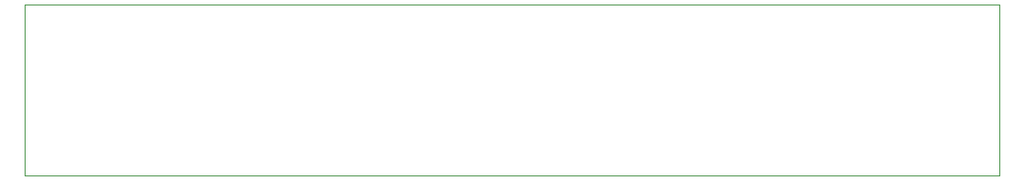
<source format=gbr>
%TF.GenerationSoftware,KiCad,Pcbnew,6.0.9*%
%TF.CreationDate,2023-02-18T01:22:43-08:00*%
%TF.ProjectId,effectpedal,65666665-6374-4706-9564-616c2e6b6963,rev?*%
%TF.SameCoordinates,Original*%
%TF.FileFunction,Profile,NP*%
%FSLAX46Y46*%
G04 Gerber Fmt 4.6, Leading zero omitted, Abs format (unit mm)*
G04 Created by KiCad (PCBNEW 6.0.9) date 2023-02-18 01:22:43*
%MOMM*%
%LPD*%
G01*
G04 APERTURE LIST*
%TA.AperFunction,Profile*%
%ADD10C,0.100000*%
%TD*%
G04 APERTURE END LIST*
D10*
X134747000Y-167259000D02*
X144653000Y-167259000D01*
X77089000Y-167259000D02*
X67183000Y-167259000D01*
X60960000Y-183134000D02*
X60960000Y-167259000D01*
X151257000Y-167259000D02*
X144653000Y-167259000D01*
X77089000Y-167259000D02*
X134747000Y-167259000D01*
X151257000Y-183134000D02*
X60960000Y-183134000D01*
X60960000Y-167259000D02*
X67183000Y-167259000D01*
X151257000Y-167259000D02*
X151257000Y-183134000D01*
M02*

</source>
